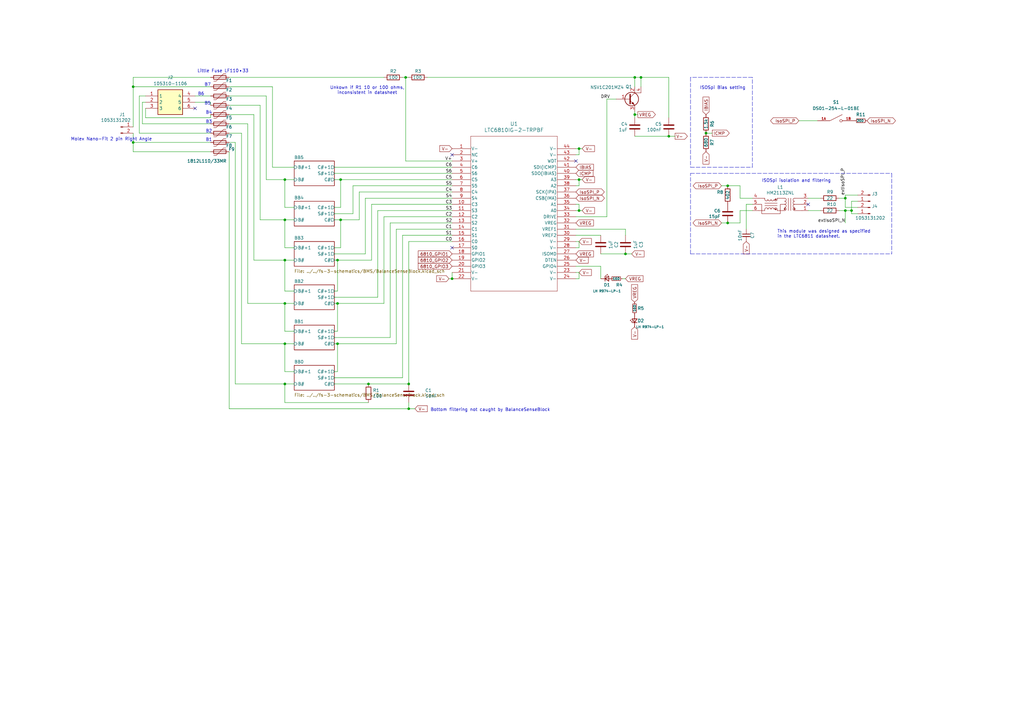
<source format=kicad_sch>
(kicad_sch (version 20250114) (generator "eeschema") (generator_version "9.0")
  (paper "A3")
  (title_block (rev "2.1"))
  (lib_symbols
    (symbol "Connector:Conn_01x02_Pin" (pin_names (offset 1.016) (hide yes))
      (property "Reference" "J" (at 0 2.54 0))
      (property "Value" "Conn_01x02_Pin" (at 0 -5.08 0))
      (symbol "Conn_01x02_Pin_1_1"
        (rectangle (start 0.8636 0.127) (end 0 -0.127) (stroke (width 0.1524)) (fill (type outline)))
        (rectangle (start 0.8636 -2.413) (end 0 -2.667) (stroke (width 0.1524)) (fill (type outline)))
        (polyline (pts (xy 1.27 0) (xy 0.8636 0)) (stroke (width 0.1524)))
        (polyline (pts (xy 1.27 -2.54) (xy 0.8636 -2.54)) (stroke (width 0.1524)))
        (pin passive line (at 5.08 0 180) (length 3.81) (name "Pin_1") (number "1"))
        (pin passive line (at 5.08 -2.54 180) (length 3.81) (name "Pin_2") (number "2"))
      )
    )
    (symbol "Device:C" (pin_numbers (hide yes)) (pin_names (offset 0.254))
      (property "Reference" "C" (at 0.635 2.54 0))
      (property "Value" "C" (at 0.635 -2.54 0))
      (symbol "C_0_1"
        (polyline (pts (xy -2.032 0.762) (xy 2.032 0.762)) (stroke (width 0.508)))
        (polyline (pts (xy -2.032 -0.762) (xy 2.032 -0.762)) (stroke (width 0.508)))
      )
      (symbol "C_1_1"
        (pin passive line (at 0 3.81 270) (length 2.794) (name "~") (number "1"))
        (pin passive line (at 0 -3.81 90) (length 2.794) (name "~") (number "2"))
      )
    )
    (symbol "Device:C_Small" (pin_numbers (hide yes)) (pin_names (offset 0.254) (hide yes))
      (property "Reference" "C" (at 0.254 1.778 0))
      (property "Value" "C_Small" (at 0.254 -2.032 0))
      (symbol "C_Small_0_1"
        (polyline (pts (xy -1.524 0.508) (xy 1.524 0.508)) (stroke (width 0.3048)))
        (polyline (pts (xy -1.524 -0.508) (xy 1.524 -0.508)) (stroke (width 0.3302)))
      )
      (symbol "C_Small_1_1"
        (pin passive line (at 0 2.54 270) (length 2.032) (name "~") (number "1"))
        (pin passive line (at 0 -2.54 90) (length 2.032) (name "~") (number "2"))
      )
    )
    (symbol "Device:LED_Small" (pin_numbers (hide yes)) (pin_names (offset 0.254) (hide yes))
      (property "Reference" "D" (at -1.27 3.175 0))
      (property "Value" "LED_Small" (at -4.445 -2.54 0))
      (symbol "LED_Small_0_1"
        (polyline (pts (xy -0.762 -1.016) (xy -0.762 1.016)) (stroke (width 0.254)))
        (polyline (pts (xy 0 0.762) (xy -0.508 1.27) (xy -0.254 1.27) (xy -0.508 1.27) (xy -0.508 1.016)))
        (polyline (pts (xy 0.508 1.27) (xy 0 1.778) (xy 0.254 1.778) (xy 0 1.778) (xy 0 1.524)))
        (polyline (pts (xy 0.762 -1.016) (xy -0.762 0) (xy 0.762 1.016) (xy 0.762 -1.016)) (stroke (width 0.254)))
        (polyline (pts (xy 1.016 0) (xy -0.762 0)))
      )
      (symbol "LED_Small_1_1"
        (pin passive line (at -2.54 0 0) (length 1.778) (name "K") (number "1"))
        (pin passive line (at 2.54 0 180) (length 1.778) (name "A") (number "2"))
      )
    )
    (symbol "Device:Polyfuse" (pin_numbers (hide yes)) (pin_names (offset 0))
      (property "Reference" "F" (at -2.54 0 90))
      (property "Value" "Polyfuse" (at 2.54 0 90))
      (symbol "Polyfuse_0_1"
        (polyline (pts (xy -1.524 2.54) (xy -1.524 1.524) (xy 1.524 -1.524) (xy 1.524 -2.54)))
        (rectangle (start -0.762 2.54) (end 0.762 -2.54) (stroke (width 0.254)))
        (polyline (pts (xy 0 2.54) (xy 0 -2.54)))
      )
      (symbol "Polyfuse_1_1"
        (pin passive line (at 0 3.81 270) (length 1.27) (name "~") (number "1"))
        (pin passive line (at 0 -3.81 90) (length 1.27) (name "~") (number "2"))
      )
    )
    (symbol "Device:Q_NPN_BCEC" (pin_names (offset 0) (hide yes))
      (property "Reference" "Q" (at 5.08 1.27 0))
      (property "Value" "Q_NPN_BCEC" (at 5.08 -1.27 0))
      (symbol "Q_NPN_BCEC_0_1"
        (polyline (pts (xy 0.635 1.905) (xy 0.635 -1.905) (xy 0.635 -1.905)) (stroke (width 0.508)))
        (polyline (pts (xy 0.635 0.635) (xy 2.54 2.54)))
        (polyline (pts (xy 0.635 -0.635) (xy 2.54 -2.54) (xy 2.54 -2.54)))
        (circle (center 1.27 0) (radius 2.8194) (stroke (width 0.254)))
        (polyline (pts (xy 1.27 -1.778) (xy 1.778 -1.27) (xy 2.286 -2.286) (xy 1.27 -1.778) (xy 1.27 -1.778)) (fill (type outline)))
        (polyline (pts (xy 2.54 2.54) (xy 5.08 2.54)))
      )
      (symbol "Q_NPN_BCEC_1_1"
        (pin input line (at -5.08 0 0) (length 5.715) (name "B") (number "1"))
        (pin passive line (at 2.54 5.08 270) (length 2.54) (name "C") (number "2"))
        (pin passive line (at 2.54 -5.08 90) (length 2.54) (name "E") (number "3"))
        (pin passive line (at 5.08 5.08 270) (length 2.54) (name "C") (number "4"))
      )
    )
    (symbol "Device:R" (pin_numbers (hide yes)) (pin_names (offset 0))
      (property "Reference" "R" (at 2.032 0 90))
      (property "Value" "R" (at 0 0 90))
      (symbol "R_0_1"
        (rectangle (start -1.016 -2.54) (end 1.016 2.54) (stroke (width 0.254)))
      )
      (symbol "R_1_1"
        (pin passive line (at 0 3.81 270) (length 1.27) (name "~") (number "1"))
        (pin passive line (at 0 -3.81 90) (length 1.27) (name "~") (number "2"))
      )
    )
    (symbol "Device:R_Small" (pin_numbers (hide yes)) (pin_names (offset 0.254) (hide yes))
      (property "Reference" "R" (at 0.762 0.508 0))
      (property "Value" "R_Small" (at 0.762 -1.016 0))
      (symbol "R_Small_0_1"
        (rectangle (start -0.762 1.778) (end 0.762 -1.778) (stroke (width 0.2032)))
      )
      (symbol "R_Small_1_1"
        (pin passive line (at 0 2.54 270) (length 0.762) (name "~") (number "1"))
        (pin passive line (at 0 -2.54 90) (length 0.762) (name "~") (number "2"))
      )
    )
    (symbol "FSSymbols:HM2113ZNL" (pin_names (offset 0.254) (hide yes))
      (property "Reference" "L" (at 0 7.62 0))
      (property "Value" "HM2113ZNL" (at 0 5.08 0))
      (symbol "HM2113ZNL_0_1"
        (polyline (pts (xy -8.89 2.54) (xy -6.35 2.54)))
        (polyline (pts (xy -8.89 0) (xy -7.62 0) (xy -7.62 -3.81) (xy 0 -3.81) (xy 0 0) (xy 1.778 0)))
        (polyline (pts (xy -6.35 2.54) (xy -6.35 2.032)))
        (polyline (pts (xy -6.35 -0.508) (xy -1.27 -0.508)))
        (polyline (pts (xy -6.35 -2.032) (xy -6.35 -2.54)))
        (polyline (pts (xy -6.35 -2.54) (xy -8.89 -2.54)))
        (arc (start -5.08 2.032) (mid -5.715 1.397) (end -6.35 2.032))
        (arc (start -6.35 -2.032) (mid -5.715 -1.397) (end -5.08 -2.032))
        (arc (start -3.81 2.032) (mid -4.445 1.397) (end -5.08 2.032))
        (arc (start -5.08 -2.032) (mid -4.445 -1.397) (end -3.81 -2.032))
        (arc (start -2.54 2.032) (mid -3.175 1.397) (end -3.81 2.032))
        (arc (start -3.81 -2.032) (mid -3.175 -1.397) (end -2.54 -2.032))
        (circle (center -1.905 2.032) (radius 0.254) (fill (type outline)))
        (arc (start -1.27 2.032) (mid -1.905 1.397) (end -2.54 2.032))
        (arc (start -2.54 -2.032) (mid -1.905 -1.397) (end -1.27 -2.032))
        (circle (center -1.905 -2.032) (radius 0.254) (fill (type outline)))
        (polyline (pts (xy -1.27 2.032) (xy -1.27 2.54)))
        (polyline (pts (xy -1.27 0.508) (xy -6.35 0.508)))
        (polyline (pts (xy -1.27 -2.032) (xy -1.27 -2.54)))
        (polyline (pts (xy -1.27 -2.54) (xy 1.27 -2.54)))
        (polyline (pts (xy 1.27 2.54) (xy -1.27 2.54)))
        (polyline (pts (xy 1.27 2.54) (xy 1.778 2.54)))
        (arc (start 1.778 2.54) (mid 2.413 1.905) (end 1.778 1.27))
        (arc (start 1.778 1.27) (mid 2.413 0.635) (end 1.778 0))
        (arc (start 1.778 0) (mid 2.413 -0.635) (end 1.778 -1.27))
        (arc (start 1.778 -1.27) (mid 2.413 -1.905) (end 1.778 -2.54))
        (circle (center 1.778 -1.905) (radius 0.254) (fill (type outline)))
        (polyline (pts (xy 1.778 -2.54) (xy 1.27 -2.54)))
        (polyline (pts (xy 3.302 -2.54) (xy 3.302 2.54)))
        (polyline (pts (xy 4.318 2.54) (xy 4.318 -2.54)))
        (polyline (pts (xy 5.842 2.54) (xy 6.35 2.54)))
        (arc (start 5.842 1.27) (mid 5.207 1.905) (end 5.842 2.54))
        (arc (start 5.842 0) (mid 5.207 0.635) (end 5.842 1.27))
        (arc (start 5.842 -1.27) (mid 5.207 -0.635) (end 5.842 0))
        (circle (center 5.842 -1.905) (radius 0.254) (fill (type outline)))
        (arc (start 5.842 -2.54) (mid 5.207 -1.905) (end 5.842 -1.27))
        (polyline (pts (xy 5.842 -2.54) (xy 8.89 -2.54)))
        (polyline (pts (xy 6.35 2.54) (xy 8.89 2.54)))
        (polyline (pts (xy 8.89 0) (xy 5.842 0)))
      )
      (symbol "HM2113ZNL_1_1"
        (pin passive line (at -11.43 2.54 0) (length 2.54) (name "4") (number "4"))
        (pin passive line (at -11.43 0 0) (length 2.54) (name "5") (number "5"))
        (pin passive line (at -11.43 -2.54 0) (length 2.54) (name "6") (number "6"))
        (pin passive line (at 11.43 2.54 180) (length 2.54) (name "3") (number "3"))
        (pin passive line (at 11.43 0 180) (length 2.54) (name "2") (number "2"))
        (pin passive line (at 11.43 -2.54 180) (length 2.54) (name "1") (number "1"))
      )
    )
    (symbol "FS_3_Global_Symbol_Library:105310-1106"
      (property "Reference" "J" (at 16.51 7.62 0))
      (property "Value" "105310-1106" (at 16.51 5.08 0))
      (symbol "105310-1106_1_1"
        (rectangle (start 5.08 2.54) (end 15.24 -7.62) (stroke (width 0.254)) (fill (type background)))
        (pin passive line (at 0 0 0) (length 5.08) (name "6") (number "6"))
        (pin passive line (at 0 -2.54 0) (length 5.08) (name "5") (number "5"))
        (pin passive line (at 0 -5.08 0) (length 5.08) (name "4") (number "4"))
        (pin passive line (at 20.32 0 180) (length 5.08) (name "3") (number "3"))
        (pin passive line (at 20.32 -2.54 180) (length 5.08) (name "2") (number "2"))
        (pin passive line (at 20.32 -5.08 180) (length 5.08) (name "1") (number "1"))
      )
    )
    (symbol "FS_3_Global_Symbol_Library:DS01-254-L-01BE" (pin_names (offset 1.016))
      (property "Reference" "S" (at -5.08 5.08 0))
      (property "Value" "DS01-254-L-01BE" (at -5.08 -5.08 0))
      (symbol "DS01-254-L-01BE_0_0"
        (polyline (pts (xy -2.54 0) (xy 2.54 2.54)) (stroke (width 0.1524)))
        (circle (center 2.032 0) (radius 0.508) (stroke (width 0.1524)))
        (pin passive line (at -7.62 0 0) (length 5.08) (name "~") (number "1A"))
        (pin passive line (at 7.62 0 180) (length 5.08) (name "~") (number "1B"))
      )
    )
    (symbol "FS_3_Global_Symbol_Library:LTC6810IG-2-TRPBF" (pin_names (offset 0.254))
      (property "Reference" "U" (at 25.4 10.16 0))
      (property "Value" "LTC6810IG-2-TRPBF" (at 25.4 7.62 0))
      (symbol "LTC6810IG-2-TRPBF_0_1"
        (polyline (pts (xy 7.62 5.08) (xy 7.62 -58.42)) (stroke (width 0.127)))
        (polyline (pts (xy 7.62 -58.42) (xy 43.18 -58.42)) (stroke (width 0.127)))
        (polyline (pts (xy 43.18 5.08) (xy 7.62 5.08)) (stroke (width 0.127)))
        (polyline (pts (xy 43.18 -58.42) (xy 43.18 5.08)) (stroke (width 0.127)))
      )
      (symbol "LTC6810IG-2-TRPBF_1_1"
        (pin power_in line (at 0 0 0) (length 7.62) (name "V-") (number "1"))
        (pin input line (at 0 -2.54 0) (length 7.62) (name "NC") (number "2"))
        (pin power_in line (at 0 -5.08 0) (length 7.62) (name "V+") (number "3"))
        (pin input line (at 0 -7.62 0) (length 7.62) (name "C6") (number "4"))
        (pin bidirectional line (at 0 -10.16 0) (length 7.62) (name "S6") (number "5"))
        (pin input line (at 0 -12.7 0) (length 7.62) (name "C5") (number "6"))
        (pin bidirectional line (at 0 -15.24 0) (length 7.62) (name "S5") (number "7"))
        (pin input line (at 0 -17.78 0) (length 7.62) (name "C4") (number "8"))
        (pin bidirectional line (at 0 -20.32 0) (length 7.62) (name "S4") (number "9"))
        (pin input line (at 0 -22.86 0) (length 7.62) (name "C3") (number "10"))
        (pin bidirectional line (at 0 -25.4 0) (length 7.62) (name "S3") (number "11"))
        (pin input line (at 0 -27.94 0) (length 7.62) (name "C2") (number "12"))
        (pin bidirectional line (at 0 -30.48 0) (length 7.62) (name "S2") (number "13"))
        (pin input line (at 0 -33.02 0) (length 7.62) (name "C1") (number "14"))
        (pin bidirectional line (at 0 -35.56 0) (length 7.62) (name "S1") (number "15"))
        (pin input line (at 0 -38.1 0) (length 7.62) (name "C0") (number "16"))
        (pin bidirectional line (at 0 -40.64 0) (length 7.62) (name "S0") (number "17"))
        (pin bidirectional line (at 0 -43.18 0) (length 7.62) (name "GPIO1") (number "18"))
        (pin bidirectional line (at 0 -45.72 0) (length 7.62) (name "GPIO2") (number "19"))
        (pin bidirectional line (at 0 -48.26 0) (length 7.62) (name "GPIO3") (number "20"))
        (pin power_in line (at 0 -50.8 0) (length 7.62) (name "V-") (number "21"))
        (pin power_in line (at 0 -53.34 0) (length 7.62) (name "V-") (number "22"))
        (pin power_in line (at 50.8 0 180) (length 7.62) (name "V-") (number "44"))
        (pin power_in line (at 50.8 -2.54 180) (length 7.62) (name "V-") (number "43"))
        (pin output line (at 50.8 -5.08 180) (length 7.62) (name "WDT") (number "42"))
        (pin unspecified line (at 50.8 -7.62 180) (length 7.62) (name "SDI(ICMP)") (number "41"))
        (pin unspecified line (at 50.8 -10.16 180) (length 7.62) (name "SDO(IBIAS)") (number "40"))
        (pin input line (at 50.8 -12.7 180) (length 7.62) (name "A3") (number "39"))
        (pin input line (at 50.8 -15.24 180) (length 7.62) (name "A2") (number "38"))
        (pin bidirectional line (at 50.8 -17.78 180) (length 7.62) (name "SCK(IPA)") (number "37"))
        (pin bidirectional line (at 50.8 -20.32 180) (length 7.62) (name "CSB(IMA)") (number "36"))
        (pin input line (at 50.8 -22.86 180) (length 7.62) (name "A1") (number "35"))
        (pin input line (at 50.8 -25.4 180) (length 7.62) (name "A0") (number "34"))
        (pin power_in line (at 50.8 -27.94 180) (length 7.62) (name "DRIVE") (number "33"))
        (pin power_in line (at 50.8 -30.48 180) (length 7.62) (name "VREG") (number "32"))
        (pin power_in line (at 50.8 -33.02 180) (length 7.62) (name "VREF1") (number "31"))
        (pin power_in line (at 50.8 -35.56 180) (length 7.62) (name "VREF2") (number "30"))
        (pin power_in line (at 50.8 -38.1 180) (length 7.62) (name "V-") (number "29"))
        (pin power_in line (at 50.8 -40.64 180) (length 7.62) (name "V-") (number "28"))
        (pin unspecified line (at 50.8 -43.18 180) (length 7.62) (name "ISOMD") (number "27"))
        (pin unspecified line (at 50.8 -45.72 180) (length 7.62) (name "DTEN") (number "26"))
        (pin bidirectional line (at 50.8 -48.26 180) (length 7.62) (name "GPIO4") (number "25"))
        (pin power_in line (at 50.8 -50.8 180) (length 7.62) (name "V-") (number "23"))
        (pin power_in line (at 50.8 -53.34 180) (length 7.62) (name "V-") (number "24"))
      )
    )
  )
  (text "ISOSpi Bias setting" (at 287.02 36.83 0) (effects (font (size 1.27 1.27)) (justify left bottom)))
  (text "Bottom filtering not caught by BalanceSenseBlock" (at 176.53 168.91 0) (effects (font (size 1.27 1.27)) (justify left bottom)))
  (text "This module was designed as specified\nin the LTC6811 datasheet." (at 318.77 97.79 0) (effects (font (size 1.27 1.27)) (justify left bottom)))
  (text "B7" (at 83.82 35.56 0) (effects (font (size 1.27 1.27)) (justify left bottom)))
  (text "B5\n" (at 83.82 43.18 0) (effects (font (size 1.27 1.27)) (justify left bottom)))
  (text "Little Fuse LF110•33" (at 91.44 29.21 0) (effects (font (size 1.27 1.27))))
  (text "Unkown if R1 10 or 100 ohms,\ninconsistent in datasheet" (at 150.622 37.084 0) (effects (font (size 1.27 1.27))))
  (text "Molex Nano-Fit 2 pin Right Angle\n" (at 45.72 57.15 0) (effects (font (size 1.27 1.27))))
  (text "B4" (at 84.328 46.99 0) (effects (font (size 1.27 1.27)) (justify left bottom)))
  (text "B6\n" (at 83.82 39.37 0) (effects (font (size 1.27 1.27)) (justify right bottom)))
  (text "B2\n" (at 84.328 54.61 0) (effects (font (size 1.27 1.27)) (justify left bottom)))
  (text "ISOSpi isolation and filtering" (at 312.42 74.93 0) (effects (font (size 1.27 1.27)) (justify left bottom)))
  (text "B3\n" (at 84.328 50.8 0) (effects (font (size 1.27 1.27)) (justify left bottom)))
  (text "B1\n" (at 84.328 58.166 0) (effects (font (size 1.27 1.27)) (justify left bottom)))
  (junction (at 237.49 86.36))
  (junction (at 260.35 46.99))
  (junction (at 167.64 157.48))
  (junction (at 298.45 91.44))
  (junction (at 237.49 60.96))
  (junction (at 138.43 106.68))
  (junction (at 139.7 90.17))
  (junction (at 298.45 76.2))
  (junction (at 256.54 104.14))
  (junction (at 116.84 106.68))
  (junction (at 166.37 31.75))
  (junction (at 289.56 54.61))
  (junction (at 116.84 157.48))
  (junction (at 54.61 35.56))
  (junction (at 346.71 81.28))
  (junction (at 116.84 90.17))
  (junction (at 167.64 167.64))
  (junction (at 138.43 140.97))
  (junction (at 260.35 31.75))
  (junction (at 116.84 73.66))
  (junction (at 346.71 86.36))
  (junction (at 139.7 73.66))
  (junction (at 262.89 31.75))
  (junction (at 349.25 86.36))
  (junction (at 237.49 73.66))
  (junction (at 116.84 140.97))
  (junction (at 274.32 55.88))
  (junction (at 116.84 124.46))
  (junction (at 54.61 58.42))
  (junction (at 185.42 114.3))
  (junction (at 138.43 124.46))
  (junction (at 151.13 157.48))
  (no_connect (at 80.01 44.45))
  (no_connect (at 185.42 63.5))
  (no_connect (at 331.47 83.82))
  (no_connect (at 185.42 101.6))
  (no_connect (at 236.22 66.04))
  (wire (pts (xy 261.62 46.99) (xy 260.35 46.99)))
  (wire (pts (xy 236.22 96.52) (xy 246.38 96.52)))
  (wire (pts (xy 59.69 48.26) (xy 59.69 44.45)))
  (wire (pts (xy 346.71 86.36) (xy 344.17 86.36)))
  (wire (pts (xy 349.25 86.36) (xy 346.71 86.36)))
  (wire (pts (xy 237.49 76.2) (xy 237.49 73.66)))
  (wire (pts (xy 349.25 86.36) (xy 349.25 87.63)))
  (wire (pts (xy 251.46 114.3) (xy 250.19 114.3)))
  (wire (pts (xy 237.49 86.36) (xy 238.76 86.36)))
  (wire (pts (xy 137.16 140.97) (xy 138.43 140.97)))
  (wire (pts (xy 175.26 31.75) (xy 260.35 31.75)))
  (wire (pts (xy 236.22 99.06) (xy 237.49 99.06)))
  (wire (pts (xy 137.16 71.12) (xy 185.42 71.12)))
  (wire (pts (xy 99.06 140.97) (xy 99.06 54.61)))
  (wire (pts (xy 59.69 41.91) (xy 58.42 41.91)))
  (wire (pts (xy 93.98 39.37) (xy 109.22 39.37)))
  (wire (pts (xy 137.16 90.17) (xy 139.7 90.17)))
  (wire (pts (xy 260.35 55.88) (xy 274.32 55.88)))
  (wire (pts (xy 116.84 85.09) (xy 120.65 85.09)))
  (wire (pts (xy 120.65 152.4) (xy 116.84 152.4)))
  (wire (pts (xy 137.16 124.46) (xy 138.43 124.46)))
  (wire (pts (xy 116.84 140.97) (xy 120.65 140.97)))
  (wire (pts (xy 346.71 81.28) (xy 346.71 85.09)))
  (wire (pts (xy 116.84 106.68) (xy 120.65 106.68)))
  (wire (pts (xy 80.01 39.37) (xy 86.36 39.37)))
  (wire (pts (xy 344.17 81.28) (xy 346.71 81.28)))
  (wire (pts (xy 237.49 111.76) (xy 237.49 114.3)))
  (wire (pts (xy 137.16 85.09) (xy 139.7 85.09)))
  (wire (pts (xy 139.7 85.09) (xy 139.7 73.66)))
  (wire (pts (xy 246.38 109.22) (xy 246.38 114.3)))
  (wire (pts (xy 246.38 104.14) (xy 256.54 104.14)))
  (wire (pts (xy 101.6 124.46) (xy 101.6 50.8)))
  (wire (pts (xy 137.16 106.68) (xy 138.43 106.68)))
  (wire (pts (xy 349.25 82.55) (xy 351.79 82.55)))
  (wire (pts (xy 165.1 31.75) (xy 166.37 31.75)))
  (wire (pts (xy 336.55 86.36) (xy 331.47 86.36)))
  (wire (pts (xy 93.98 46.99) (xy 104.14 46.99)))
  (wire (pts (xy 57.15 39.37) (xy 59.69 39.37)))
  (wire (pts (xy 139.7 90.17) (xy 147.32 90.17)))
  (wire (pts (xy 298.45 76.2) (xy 303.53 76.2)))
  (wire (pts (xy 238.76 73.66) (xy 237.49 73.66)))
  (wire (pts (xy 274.32 55.88) (xy 276.86 55.88)))
  (wire (pts (xy 93.98 43.18) (xy 106.68 43.18)))
  (polyline (pts (xy 283.21 104.14) (xy 283.21 71.12)) (stroke (width 0) (type dash)))
  (wire (pts (xy 116.84 106.68) (xy 104.14 106.68)))
  (wire (pts (xy 149.86 104.14) (xy 149.86 81.28)))
  (wire (pts (xy 57.15 54.61) (xy 57.15 39.37)))
  (wire (pts (xy 160.02 91.44) (xy 185.42 91.44)))
  (wire (pts (xy 236.22 88.9) (xy 248.92 88.9)))
  (wire (pts (xy 160.02 138.43) (xy 160.02 91.44)))
  (wire (pts (xy 303.53 81.28) (xy 308.61 81.28)))
  (wire (pts (xy 154.94 86.36) (xy 185.42 86.36)))
  (wire (pts (xy 93.98 31.75) (xy 157.48 31.75)))
  (wire (pts (xy 248.92 40.64) (xy 252.73 40.64)))
  (wire (pts (xy 262.89 31.75) (xy 274.32 31.75)))
  (wire (pts (xy 93.98 50.8) (xy 101.6 50.8)))
  (wire (pts (xy 152.4 83.82) (xy 185.42 83.82)))
  (wire (pts (xy 349.25 87.63) (xy 351.79 87.63)))
  (wire (pts (xy 260.35 31.75) (xy 262.89 31.75)))
  (wire (pts (xy 236.22 111.76) (xy 237.49 111.76)))
  (wire (pts (xy 167.64 167.64) (xy 170.18 167.64)))
  (wire (pts (xy 137.16 73.66) (xy 139.7 73.66)))
  (wire (pts (xy 237.49 73.66) (xy 236.22 73.66)))
  (wire (pts (xy 93.98 62.23) (xy 93.98 167.64)))
  (wire (pts (xy 262.89 31.75) (xy 262.89 35.56)))
  (wire (pts (xy 303.53 76.2) (xy 303.53 81.28)))
  (wire (pts (xy 151.13 157.48) (xy 167.64 157.48)))
  (wire (pts (xy 120.65 119.38) (xy 116.84 119.38)))
  (wire (pts (xy 93.98 167.64) (xy 167.64 167.64)))
  (wire (pts (xy 346.71 80.01) (xy 346.71 81.28)))
  (wire (pts (xy 57.15 54.61) (xy 86.36 54.61)))
  (wire (pts (xy 80.01 41.91) (xy 86.36 41.91)))
  (wire (pts (xy 303.53 86.36) (xy 303.53 91.44)))
  (wire (pts (xy 144.78 76.2) (xy 185.42 76.2)))
  (polyline (pts (xy 283.21 104.14) (xy 365.76 104.14)) (stroke (width 0) (type dash)))
  (wire (pts (xy 138.43 140.97) (xy 138.43 152.4)))
  (wire (pts (xy 138.43 124.46) (xy 138.43 135.89)))
  (wire (pts (xy 237.49 99.06) (xy 237.49 101.6)))
  (wire (pts (xy 167.64 31.75) (xy 166.37 31.75)))
  (wire (pts (xy 184.15 114.3) (xy 185.42 114.3)))
  (wire (pts (xy 116.84 135.89) (xy 120.65 135.89)))
  (wire (pts (xy 116.84 73.66) (xy 120.65 73.66)))
  (wire (pts (xy 111.76 68.58) (xy 120.65 68.58)))
  (wire (pts (xy 167.64 99.06) (xy 185.42 99.06)))
  (wire (pts (xy 138.43 124.46) (xy 157.48 124.46)))
  (wire (pts (xy 139.7 101.6) (xy 139.7 90.17)))
  (wire (pts (xy 54.61 31.75) (xy 54.61 35.56)))
  (wire (pts (xy 138.43 140.97) (xy 162.56 140.97)))
  (wire (pts (xy 256.54 93.98) (xy 256.54 96.52)))
  (wire (pts (xy 116.84 135.89) (xy 116.84 124.46)))
  (wire (pts (xy 137.16 68.58) (xy 185.42 68.58)))
  (wire (pts (xy 116.84 85.09) (xy 116.84 73.66)))
  (wire (pts (xy 144.78 87.63) (xy 144.78 76.2)))
  (wire (pts (xy 120.65 157.48) (xy 116.84 157.48)))
  (wire (pts (xy 137.16 104.14) (xy 149.86 104.14)))
  (wire (pts (xy 116.84 124.46) (xy 120.65 124.46)))
  (wire (pts (xy 86.36 41.91) (xy 86.36 43.18)))
  (wire (pts (xy 137.16 87.63) (xy 144.78 87.63)))
  (wire (pts (xy 152.4 106.68) (xy 152.4 83.82)))
  (wire (pts (xy 116.84 90.17) (xy 120.65 90.17)))
  (wire (pts (xy 236.22 109.22) (xy 246.38 109.22)))
  (wire (pts (xy 147.32 78.74) (xy 185.42 78.74)))
  (wire (pts (xy 166.37 66.04) (xy 185.42 66.04)))
  (wire (pts (xy 109.22 39.37) (xy 109.22 73.66)))
  (wire (pts (xy 138.43 106.68) (xy 152.4 106.68)))
  (polyline (pts (xy 283.21 31.75) (xy 283.21 68.58)) (stroke (width 0) (type dash)))
  (wire (pts (xy 237.49 101.6) (xy 236.22 101.6)))
  (wire (pts (xy 166.37 31.75) (xy 166.37 66.04)))
  (wire (pts (xy 154.94 121.92) (xy 154.94 86.36)))
  (wire (pts (xy 167.64 99.06) (xy 167.64 157.48)))
  (wire (pts (xy 303.53 86.36) (xy 308.61 86.36)))
  (wire (pts (xy 236.22 83.82) (xy 237.49 83.82)))
  (wire (pts (xy 260.35 46.99) (xy 260.35 45.72)))
  (wire (pts (xy 295.91 91.44) (xy 298.45 91.44)))
  (wire (pts (xy 147.32 78.74) (xy 147.32 90.17)))
  (wire (pts (xy 116.84 140.97) (xy 116.84 152.4)))
  (wire (pts (xy 331.47 81.28) (xy 336.55 81.28)))
  (wire (pts (xy 237.49 60.96) (xy 236.22 60.96)))
  (wire (pts (xy 86.36 48.26) (xy 86.36 46.99)))
  (wire (pts (xy 109.22 73.66) (xy 116.84 73.66)))
  (wire (pts (xy 162.56 93.98) (xy 185.42 93.98)))
  (wire (pts (xy 185.42 96.52) (xy 165.1 96.52)))
  (polyline (pts (xy 308.61 31.75) (xy 283.21 31.75)) (stroke (width 0) (type dash)))
  (wire (pts (xy 151.13 165.1) (xy 116.84 165.1)))
  (wire (pts (xy 236.22 86.36) (xy 237.49 86.36)))
  (polyline (pts (xy 308.61 68.58) (xy 308.61 31.75)) (stroke (width 0) (type dash)))
  (wire (pts (xy 86.36 62.23) (xy 54.61 62.23)))
  (wire (pts (xy 54.61 62.23) (xy 54.61 58.42)))
  (wire (pts (xy 256.54 114.3) (xy 255.27 114.3)))
  (wire (pts (xy 116.84 140.97) (xy 99.06 140.97)))
  (wire (pts (xy 238.76 60.96) (xy 237.49 60.96)))
  (wire (pts (xy 349.25 86.36) (xy 349.25 82.55)))
  (wire (pts (xy 54.61 35.56) (xy 54.61 52.07)))
  (wire (pts (xy 236.22 93.98) (xy 256.54 93.98)))
  (wire (pts (xy 93.98 54.61) (xy 99.06 54.61)))
  (polyline (pts (xy 365.76 71.12) (xy 365.76 104.14)) (stroke (width 0) (type dash)))
  (wire (pts (xy 137.16 154.94) (xy 165.1 154.94)))
  (wire (pts (xy 93.98 35.56) (xy 111.76 35.56)))
  (wire (pts (xy 237.49 83.82) (xy 237.49 86.36)))
  (polyline (pts (xy 283.21 68.58) (xy 308.61 68.58)) (stroke (width 0) (type dash)))
  (polyline (pts (xy 283.21 71.12) (xy 365.76 71.12)) (stroke (width 0) (type dash)))
  (wire (pts (xy 116.84 119.38) (xy 116.84 106.68)))
  (wire (pts (xy 137.16 135.89) (xy 138.43 135.89)))
  (wire (pts (xy 116.84 90.17) (xy 106.68 90.17)))
  (wire (pts (xy 138.43 106.68) (xy 138.43 119.38)))
  (wire (pts (xy 274.32 31.75) (xy 274.32 48.26)))
  (wire (pts (xy 116.84 157.48) (xy 96.52 157.48)))
  (wire (pts (xy 157.48 88.9) (xy 185.42 88.9)))
  (wire (pts (xy 54.61 54.61) (xy 54.61 58.42)))
  (wire (pts (xy 236.22 76.2) (xy 237.49 76.2)))
  (wire (pts (xy 236.22 63.5) (xy 237.49 63.5)))
  (wire (pts (xy 116.84 101.6) (xy 116.84 90.17)))
  (wire (pts (xy 185.42 111.76) (xy 185.42 114.3)))
  (wire (pts (xy 167.64 165.1) (xy 167.64 167.64)))
  (wire (pts (xy 292.1 54.61) (xy 289.56 54.61)))
  (wire (pts (xy 58.42 50.8) (xy 86.36 50.8)))
  (wire (pts (xy 162.56 140.97) (xy 162.56 93.98)))
  (wire (pts (xy 295.91 76.2) (xy 298.45 76.2)))
  (wire (pts (xy 298.45 91.44) (xy 303.53 91.44)))
  (wire (pts (xy 96.52 58.42) (xy 96.52 157.48)))
  (wire (pts (xy 260.35 31.75) (xy 260.35 35.56)))
  (wire (pts (xy 237.49 63.5) (xy 237.49 60.96)))
  (wire (pts (xy 104.14 46.99) (xy 104.14 106.68)))
  (wire (pts (xy 120.65 101.6) (xy 116.84 101.6)))
  (wire (pts (xy 260.35 46.99) (xy 260.35 48.26)))
  (wire (pts (xy 116.84 124.46) (xy 101.6 124.46)))
  (wire (pts (xy 346.71 85.09) (xy 351.79 85.09)))
  (wire (pts (xy 86.36 31.75) (xy 54.61 31.75)))
  (wire (pts (xy 165.1 96.52) (xy 165.1 154.94)))
  (wire (pts (xy 327.66 49.53) (xy 335.28 49.53)))
  (wire (pts (xy 116.84 165.1) (xy 116.84 157.48)))
  (wire (pts (xy 54.61 35.56) (xy 86.36 35.56)))
  (wire (pts (xy 137.16 101.6) (xy 139.7 101.6)))
  (wire (pts (xy 149.86 81.28) (xy 185.42 81.28)))
  (wire (pts (xy 346.71 91.44) (xy 346.71 86.36)))
  (wire (pts (xy 256.54 104.14) (xy 259.08 104.14)))
  (wire (pts (xy 137.16 119.38) (xy 138.43 119.38)))
  (wire (pts (xy 237.49 114.3) (xy 236.22 114.3)))
  (wire (pts (xy 306.07 93.98) (xy 306.07 83.82)))
  (wire (pts (xy 137.16 138.43) (xy 160.02 138.43)))
  (wire (pts (xy 139.7 73.66) (xy 185.42 73.66)))
  (wire (pts (xy 306.07 83.82) (xy 308.61 83.82)))
  (wire (pts (xy 93.98 58.42) (xy 96.52 58.42)))
  (wire (pts (xy 248.92 40.64) (xy 248.92 88.9)))
  (wire (pts (xy 137.16 157.48) (xy 151.13 157.48)))
  (wire (pts (xy 157.48 124.46) (xy 157.48 88.9)))
  (wire (pts (xy 137.16 152.4) (xy 138.43 152.4)))
  (wire (pts (xy 58.42 41.91) (xy 58.42 50.8)))
  (wire (pts (xy 106.68 90.17) (xy 106.68 43.18)))
  (wire (pts (xy 54.61 58.42) (xy 86.36 58.42)))
  (wire (pts (xy 111.76 35.56) (xy 111.76 68.58)))
  (wire (pts (xy 351.79 80.01) (xy 346.71 80.01)))
  (wire (pts (xy 137.16 121.92) (xy 154.94 121.92)))
  (wire (pts (xy 59.69 48.26) (xy 86.36 48.26)))
  (label "S5" (at 185.42 76.2 180))
  (label "C5" (at 185.42 73.66 180))
  (label "S2" (at 185.42 91.44 180))
  (label "C3" (at 185.42 83.82 180))
  (label "DRV" (at 250.19 40.64 180))
  (label "V+" (at 185.42 66.04 180))
  (label "C1" (at 185.42 93.98 180))
  (label "C4" (at 185.42 78.74 180))
  (label "S3" (at 185.42 86.36 180))
  (label "C0" (at 185.42 99.06 180))
  (label "S1" (at 185.42 96.52 180))
  (label "C6" (at 185.42 68.58 180))
  (label "S6" (at 185.42 71.12 180))
  (label "C2" (at 185.42 88.9 180))
  (label "extIsoSPI_N" (at 346.71 91.44 180))
  (label "extIsoSPI_P" (at 346.71 80.01 90))
  (label "S4" (at 185.42 81.28 180))
  (global_label "IBIAS" (shape input) (at 236.22 68.58 0) (property "Intersheetrefs" "${INTERSHEET_REFS}" (effects (hide yes))))
  (global_label "6810_GPIO1" (shape input) (at 185.42 104.14 180) (property "Intersheetrefs" "${INTERSHEET_REFS}" (effects (hide yes))))
  (global_label "V-" (shape input) (at 238.76 86.36 0) (property "Intersheetrefs" "${INTERSHEET_REFS}" (effects (hide yes))))
  (global_label "V-" (shape input) (at 237.49 111.76 0) (property "Intersheetrefs" "${INTERSHEET_REFS}" (effects (hide yes))))
  (global_label "IsoSPI_P" (shape bidirectional) (at 295.91 76.2 180) (property "Intersheetrefs" "${INTERSHEET_REFS}" (effects (hide yes))))
  (global_label "V-" (shape input) (at 236.22 106.68 0) (property "Intersheetrefs" "${INTERSHEET_REFS}" (effects (hide yes))))
  (global_label "ICMP" (shape output) (at 292.1 54.61 0) (property "Intersheetrefs" "${INTERSHEET_REFS}" (effects (hide yes))))
  (global_label "VREG" (shape input) (at 236.22 104.14 0) (property "Intersheetrefs" "${INTERSHEET_REFS}" (effects (hide yes))))
  (global_label "IsoSPI_P" (shape bidirectional) (at 327.66 49.53 180) (property "Intersheetrefs" "${INTERSHEET_REFS}" (effects (hide yes))))
  (global_label "VREG" (shape input) (at 256.54 114.3 0) (property "Intersheetrefs" "${INTERSHEET_REFS}" (effects (hide yes))))
  (global_label "IsoSPI_N" (shape bidirectional) (at 295.91 91.44 180) (property "Intersheetrefs" "${INTERSHEET_REFS}" (effects (hide yes))))
  (global_label "6810_GPIO3" (shape input) (at 185.42 109.22 180) (property "Intersheetrefs" "${INTERSHEET_REFS}" (effects (hide yes))))
  (global_label "V-" (shape input) (at 260.2698 134.075 270) (property "Intersheetrefs" "${INTERSHEET_REFS}" (effects (hide yes))))
  (global_label "VREG" (shape input) (at 236.22 91.44 0) (property "Intersheetrefs" "${INTERSHEET_REFS}" (effects (hide yes))))
  (global_label "IsoSPI_N" (shape bidirectional) (at 236.22 81.28 0) (property "Intersheetrefs" "${INTERSHEET_REFS}" (effects (hide yes))))
  (global_label "ICMP" (shape input) (at 236.22 71.12 0) (property "Intersheetrefs" "${INTERSHEET_REFS}" (effects (hide yes))))
  (global_label "VREG" (shape output) (at 261.62 46.99 0) (property "Intersheetrefs" "${INTERSHEET_REFS}" (effects (hide yes))))
  (global_label "V-" (shape input) (at 185.42 60.96 180) (property "Intersheetrefs" "${INTERSHEET_REFS}" (effects (hide yes))))
  (global_label "V-" (shape input) (at 306.07 99.06 270) (property "Intersheetrefs" "${INTERSHEET_REFS}" (effects (hide yes))))
  (global_label "6810_GPIO2" (shape input) (at 185.42 106.68 180) (property "Intersheetrefs" "${INTERSHEET_REFS}" (effects (hide yes))))
  (global_label "V-" (shape input) (at 259.08 104.14 0) (property "Intersheetrefs" "${INTERSHEET_REFS}" (effects (hide yes))))
  (global_label "VREG" (shape input) (at 260.2698 123.915 90) (property "Intersheetrefs" "${INTERSHEET_REFS}" (effects (hide yes))))
  (global_label "V-" (shape input) (at 170.18 167.64 0) (property "Intersheetrefs" "${INTERSHEET_REFS}" (effects (hide yes))))
  (global_label "V-" (shape input) (at 289.56 62.23 270) (property "Intersheetrefs" "${INTERSHEET_REFS}" (effects (hide yes))))
  (global_label "V-" (shape input) (at 237.49 99.06 0) (property "Intersheetrefs" "${INTERSHEET_REFS}" (effects (hide yes))))
  (global_label "IBIAS" (shape input) (at 289.56 46.99 90) (property "Intersheetrefs" "${INTERSHEET_REFS}" (effects (hide yes))))
  (global_label "V-" (shape input) (at 238.76 60.96 0) (property "Intersheetrefs" "${INTERSHEET_REFS}" (effects (hide yes))))
  (global_label "V-" (shape input) (at 184.15 114.3 180) (property "Intersheetrefs" "${INTERSHEET_REFS}" (effects (hide yes))))
  (global_label "V-" (shape output) (at 276.86 55.88 0) (property "Intersheetrefs" "${INTERSHEET_REFS}" (effects (hide yes))))
  (global_label "V-" (shape input) (at 238.76 73.66 0) (property "Intersheetrefs" "${INTERSHEET_REFS}" (effects (hide yes))))
  (global_label "IsoSPI_N" (shape bidirectional) (at 355.6 49.53 0) (property "Intersheetrefs" "${INTERSHEET_REFS}" (effects (hide yes))))
  (global_label "IsoSPI_P" (shape bidirectional) (at 236.22 78.74 0) (property "Intersheetrefs" "${INTERSHEET_REFS}" (effects (hide yes))))
  (symbol (lib_id "Device:R") (at 171.45 31.75 270) (unit 1)
    (property "Reference" "R3" (at 171.45 29.21 90))
    (property "Value" "100" (at 171.196 31.75 90))
    (property "Footprint" "Resistor_SMD:R_0805_2012Metric_Pad1.20x1.40mm_HandSolder" (effects (hide yes)))
  )
  (symbol (lib_id "Device:R") (at 289.56 50.8 180) (unit 1)
    (property "Reference" "R6" (at 292.1 50.8 90))
    (property "Value" "1.5k" (at 289.56 50.8 90))
    (property "Footprint" "Resistor_SMD:R_0805_2012Metric_Pad1.20x1.40mm_HandSolder" (effects (hide yes)))
  )
  (symbol (lib_id "Connector:Conn_01x02_Pin") (at 356.87 82.55 180) (unit 1)
    (property "Reference" "J3" (at 357.5558 79.502 0) (effects (justify right)))
    (property "Value" "1053131202" (effects (hide yes)))
    (property "Footprint" "Connector_Molex:Molex_Nano-Fit_105313-xx02_1x02_P2.50mm_Horizontal" (effects (hide yes)))
    (property "Description" "Generic connector, single row, 01x02, script generated" (effects (hide yes)))
  )
  (symbol (lib_id "Device:R") (at 289.56 58.42 180) (unit 1)
    (property "Reference" "R7" (at 292.1 58.42 90))
    (property "Value" "680" (at 289.56 58.42 90))
    (property "Footprint" "Resistor_SMD:R_0805_2012Metric_Pad1.20x1.40mm_HandSolder" (effects (hide yes)))
  )
  (symbol (lib_id "Device:Q_NPN_BCEC") (at 257.81 40.64 0) (unit 1)
    (property "Reference" "Q1" (at 256.54 35.56 0) (effects (justify left)))
    (property "Value" "NSV1C201MZ4" (at 242.062 35.814 0) (effects (justify left)))
    (property "Footprint" "Package_TO_SOT_SMD:SOT-223" (effects (hide yes)))
    (property "Datasheet" "https://www.onsemi.com/pub/Collateral/NSS1C201MZ4-D.PDF" (effects (hide yes)))
  )
  (symbol (lib_id "Device:C") (at 260.35 52.07 0) (mirror y) (unit 1)
    (property "Reference" "C4" (at 257.429 50.9016 0) (effects (justify left)))
    (property "Value" "1uF" (at 257.429 53.213 0) (effects (justify left)))
    (property "Footprint" "Capacitor_SMD:C_0805_2012Metric_Pad1.18x1.45mm_HandSolder" (effects (hide yes)))
  )
  (symbol (lib_id "Device:C") (at 274.32 52.07 0) (mirror y) (unit 1)
    (property "Reference" "C5" (at 271.399 50.9016 0) (effects (justify left)))
    (property "Value" "100nF" (at 271.399 53.213 0) (effects (justify left)))
    (property "Footprint" "Capacitor_SMD:C_0805_2012Metric_Pad1.18x1.45mm_HandSolder" (effects (hide yes)))
  )
  (symbol (lib_id "Device:C") (at 256.54 100.33 180) (unit 1)
    (property "Reference" "C3" (at 262.9408 100.33 90))
    (property "Value" "1uF" (at 260.6294 100.33 90))
    (property "Footprint" "Capacitor_SMD:C_0805_2012Metric_Pad1.18x1.45mm_HandSolder" (effects (hide yes)))
  )
  (symbol (lib_id "Device:C") (at 246.38 100.33 180) (unit 1)
    (property "Reference" "C2" (at 252.7808 100.33 90))
    (property "Value" "1uF" (at 250.4694 100.33 90))
    (property "Footprint" "Capacitor_SMD:C_0805_2012Metric_Pad1.18x1.45mm_HandSolder" (effects (hide yes)))
  )
  (symbol (lib_id "FSSymbols:HM2113ZNL") (at 320.04 83.82 0) (unit 1)
    (property "Reference" "L1" (at 320.04 76.7588 0))
    (property "Value" "HM2113ZNL" (at 320.04 79.0702 0))
    (property "Footprint" "FS_3_Global_Footprint_Library:HM2113ZNLT" (effects (hide yes)))
  )
  (symbol (lib_id "Device:R") (at 340.36 81.28 270) (mirror x) (unit 1)
    (property "Reference" "R9" (at 339.09 78.74 90) (effects (justify left)))
    (property "Value" "22" (at 340.36 81.28 90))
    (property "Footprint" "Resistor_SMD:R_0805_2012Metric_Pad1.20x1.40mm_HandSolder" (effects (hide yes)))
  )
  (symbol (lib_id "Device:R") (at 340.36 86.36 270) (mirror x) (unit 1)
    (property "Reference" "R10" (at 339.09 83.82 90) (effects (justify left)))
    (property "Value" "22" (at 340.36 86.36 90))
    (property "Footprint" "Resistor_SMD:R_0805_2012Metric_Pad1.20x1.40mm_HandSolder" (effects (hide yes)))
  )
  (symbol (lib_id "Device:R") (at 298.45 80.01 0) (mirror y) (unit 1)
    (property "Reference" "R8" (at 296.672 78.8416 0) (effects (justify left)))
    (property "Value" "402" (at 298.45 80.01 90))
    (property "Footprint" "Resistor_SMD:R_0805_2012Metric_Pad1.20x1.40mm_HandSolder" (effects (hide yes)))
  )
  (symbol (lib_id "Device:C") (at 298.45 87.63 0) (mirror x) (unit 1)
    (property "Reference" "C6" (at 295.5544 86.4616 0) (effects (justify right)))
    (property "Value" "15pF" (at 295.5544 88.773 0) (effects (justify right)))
    (property "Footprint" "Capacitor_SMD:C_0805_2012Metric_Pad1.18x1.45mm_HandSolder" (effects (hide yes)))
  )
  (symbol (lib_id "Device:C_Small") (at 306.07 96.52 0) (unit 1)
    (property "Reference" "C7" (at 308.61 96.52 90))
    (property "Value" "10nF" (at 303.53 96.52 90))
    (property "Footprint" "Capacitor_SMD:C_0805_2012Metric_Pad1.18x1.45mm_HandSolder" (effects (hide yes)))
  )
  (symbol (lib_id "Device:LED_Small") (at 260.2698 131.535 90) (unit 1)
    (property "Reference" "D2" (at 262.8098 131.535 90))
    (property "Value" "LH R974-LP-1" (at 266.6198 134.075 90) (effects (font (size 0.9652 0.9652))))
    (property "Footprint" "LED_SMD:LED_0805_2012Metric_Pad1.15x1.40mm_HandSolder" (effects (hide yes)))
  )
  (symbol (lib_id "Device:R_Small") (at 260.2698 126.455 180) (unit 1)
    (property "Reference" "R5" (at 262.8098 126.455 0))
    (property "Value" "160" (at 260.2698 126.455 90) (effects (font (size 0.9652 0.9652))))
    (property "Footprint" "Resistor_SMD:R_0805_2012Metric_Pad1.20x1.40mm_HandSolder" (effects (hide yes)))
  )
  (symbol (lib_id "Device:LED_Small") (at 248.92 114.3 0) (unit 1)
    (property "Reference" "D1" (at 248.92 116.84 0))
    (property "Value" "LH R974-LP-1" (at 248.92 119.38 0) (effects (font (size 0.9652 0.9652))))
    (property "Footprint" "LED_SMD:LED_0805_2012Metric_Pad1.15x1.40mm_HandSolder" (effects (hide yes)))
  )
  (symbol (lib_id "Device:R_Small") (at 252.73 114.3 90) (unit 1)
    (property "Reference" "R4" (at 254 116.84 90))
    (property "Value" "160" (at 252.73 114.3 90) (effects (font (size 0.9652 0.9652))))
    (property "Footprint" "Resistor_SMD:R_0805_2012Metric_Pad1.20x1.40mm_HandSolder" (effects (hide yes)))
  )
  (symbol (lib_id "Connector:Conn_01x02_Pin") (at 356.87 87.63 180) (unit 1)
    (property "Reference" "J4" (at 357.5558 84.582 0) (effects (justify right)))
    (property "Value" "1053131202" (at 350.774 89.408 0) (effects (justify right)))
    (property "Footprint" "Connector_Molex:Molex_Nano-Fit_105313-xx02_1x02_P2.50mm_Horizontal" (effects (hide yes)))
    (property "Description" "Generic connector, single row, 01x02, script generated" (effects (hide yes)))
  )
  (symbol (lib_id "Device:R") (at 161.29 31.75 270) (unit 1)
    (property "Reference" "R2" (at 161.29 29.21 90))
    (property "Value" "100" (at 161.29 31.75 90))
    (property "Footprint" "Resistor_SMD:R_0805_2012Metric_Pad1.20x1.40mm_HandSolder" (effects (hide yes)))
  )
  (symbol (lib_id "Device:Polyfuse") (at 90.17 35.56 270) (unit 1)
    (property "Reference" "F2" (at 93.98 36.83 90))
    (property "Value" "1812L110/33MR" (effects (hide yes)))
    (property "Footprint" "Fuse:Fuse_1812_4532Metric_Pad1.30x3.40mm_HandSolder" (effects (hide yes)))
  )
  (symbol (lib_id "Device:Polyfuse") (at 90.17 39.37 270) (unit 1)
    (property "Reference" "F3" (at 93.98 40.64 90))
    (property "Value" "1812L110/33MR" (effects (hide yes)))
    (property "Footprint" "Fuse:Fuse_1812_4532Metric_Pad1.30x3.40mm_HandSolder" (effects (hide yes)))
  )
  (symbol (lib_id "Device:Polyfuse") (at 90.17 43.18 270) (unit 1)
    (property "Reference" "F4" (at 93.98 44.45 90))
    (property "Value" "1812L110/33MR" (effects (hide yes)))
    (property "Footprint" "Fuse:Fuse_1812_4532Metric_Pad1.30x3.40mm_HandSolder" (effects (hide yes)))
  )
  (symbol (lib_id "Device:Polyfuse") (at 90.17 46.99 270) (unit 1)
    (property "Reference" "F5" (at 93.98 48.26 90))
    (property "Value" "1812L110/33MR" (effects (hide yes)))
    (property "Footprint" "Fuse:Fuse_1812_4532Metric_Pad1.30x3.40mm_HandSolder" (effects (hide yes)))
  )
  (symbol (lib_id "Device:Polyfuse") (at 90.17 50.8 270) (unit 1)
    (property "Reference" "F6" (at 93.98 52.07 90))
    (property "Value" "1812L110/33MR" (effects (hide yes)))
    (property "Footprint" "Fuse:Fuse_1812_4532Metric_Pad1.30x3.40mm_HandSolder" (effects (hide yes)))
  )
  (symbol (lib_id "Device:Polyfuse") (at 90.17 54.61 270) (unit 1)
    (property "Reference" "F7" (at 93.98 55.88 90))
    (property "Value" "1812L110/33MR" (effects (hide yes)))
    (property "Footprint" "Fuse:Fuse_1812_4532Metric_Pad1.30x3.40mm_HandSolder" (effects (hide yes)))
  )
  (symbol (lib_id "Device:C") (at 167.64 161.29 0) (unit 1)
    (property "Reference" "C1" (at 174.371 160.1216 0) (effects (justify left)))
    (property "Value" "10nF" (at 174.371 162.433 0) (effects (justify left)))
    (property "Footprint" "Capacitor_SMD:C_0805_2012Metric_Pad1.18x1.45mm_HandSolder" (effects (hide yes)))
  )
  (symbol (lib_id "Device:Polyfuse") (at 90.17 58.42 270) (unit 1)
    (property "Reference" "F8" (at 93.98 59.69 90))
    (property "Value" "1812L110/33MR" (effects (hide yes)))
    (property "Footprint" "Fuse:Fuse_1812_4532Metric_Pad1.30x3.40mm_HandSolder" (effects (hide yes)))
  )
  (symbol (lib_id "Device:R") (at 151.13 161.29 0) (unit 1)
    (property "Reference" "R1" (at 152.908 160.1216 0) (effects (justify left)))
    (property "Value" "100" (at 152.908 162.433 0) (effects (justify left)))
    (property "Footprint" "Capacitor_SMD:C_0805_2012Metric_Pad1.18x1.45mm_HandSolder" (effects (hide yes)))
  )
  (symbol (lib_id "Device:R_Small") (at 353.06 49.53 270) (unit 1)
    (property "Reference" "R11" (at 353.06 46.99 90))
    (property "Value" "200" (at 352.806 49.53 90) (effects (font (size 0.9652 0.9652))))
    (property "Footprint" "Resistor_SMD:R_0805_2012Metric_Pad1.20x1.40mm_HandSolder" (effects (hide yes)))
  )
  (symbol (lib_id "FS_3_Global_Symbol_Library:LTC6810IG-2-TRPBF") (at 185.42 60.96 0) (unit 1)
    (property "Reference" "U1" (at 210.82 50.8 0) (effects (font (size 1.524 1.524))))
    (property "Value" "LTC6810IG-2-TRPBF" (at 210.82 53.34 0) (effects (font (size 1.524 1.524))))
    (property "Footprint" "FS_3_Global_Footprint_Library:LTC6810IG-2_3ZZTRPBF" (effects (hide yes)))
    (property "Datasheet" "LTC6811IG-2-TRPBF" (effects (hide yes)))
    (property "Description" "BMS Chip" (effects (hide yes)))
  )
  (symbol (lib_id "FS_3_Global_Symbol_Library:105310-1106") (at 80.01 44.45 180) (unit 1)
    (property "Reference" "J2" (at 69.85 31.75 0))
    (property "Value" "105310-1106" (at 69.85 34.29 0))
    (property "Footprint" "FS_3_Global_Footprint_Library:NanoFit-1053101106" (effects (hide yes)))
    (property "Datasheet" "https://www.molex.com/pdm_docs/sd/1053101106_sd.pdf" (effects (hide yes)))
    (property "Description" "Nano-Fit Vertical Header,2.5mm,Dual,6P" (effects (hide yes)))
    (property "Height" "10.71" (effects (hide yes)))
    (property "Mouser Part Number" "538-105310-1106" (effects (hide yes)))
    (property "Mouser Price/Stock" "https://www.mouser.co.uk/ProductDetail/Molex/105310-1106?qs=PqFvFmEiOr5yDRWyDD2ubg%3D%3D" (effects (hide yes)))
    (property "Manufacturer_Name" "Molex" (effects (hide yes)))
    (property "Manufacturer_Part_Number" "105310-1106" (effects (hide yes)))
  )
  (symbol (lib_id "FS_3_Global_Symbol_Library:DS01-254-L-01BE") (at 342.9 49.53 0) (unit 1)
    (property "Reference" "S1" (at 342.9 41.91 0))
    (property "Value" "DS01-254-L-01BE" (at 342.9 44.45 0))
    (property "Footprint" "FS_3_Global_Footprint_Library:SW_DS01-254-L-01BE" (effects (hide yes)))
    (property "PARTREV" "1.0" (effects (hide yes)))
    (property "MANUFACTURER" "CUI" (effects (hide yes)))
    (property "MAXIMUM_PACKAGE_HEIGHT" "7.0mm" (effects (hide yes)))
    (property "STANDARD" "Manufacturer recommendations" (effects (hide yes)))
  )
  (symbol (lib_id "Device:Polyfuse") (at 90.17 62.23 270) (unit 1)
    (property "Reference" "F9" (at 94.996 61.214 90))
    (property "Value" "1812L110/33MR" (at 84.836 66.04 90))
    (property "Footprint" "Fuse:Fuse_1812_4532Metric_Pad1.30x3.40mm_HandSolder" (effects (hide yes)))
  )
  (symbol (lib_id "Device:Polyfuse") (at 90.17 31.75 270) (unit 1)
    (property "Reference" "F1" (at 93.98 33.02 90))
    (property "Value" "1812L110/33MR" (effects (hide yes)))
    (property "Footprint" "Fuse:Fuse_1812_4532Metric_Pad1.30x3.40mm_HandSolder" (effects (hide yes)))
  )
  (symbol (lib_id "Connector:Conn_01x02_Pin") (at 49.53 52.07 0) (unit 1)
    (property "Reference" "J1" (at 50.165 46.99 0))
    (property "Value" "1053131202" (at 47.498 49.276 0))
    (property "Footprint" "Connector_Molex:Molex_Nano-Fit_105313-xx02_1x02_P2.50mm_Horizontal" (effects (hide yes)))
    (property "Description" "Generic connector, single row, 01x02, script generated" (effects (hide yes)))
  )
  (sheet (at 120.65 116.84) (size 16.51 10.16)
    (property "Sheetname" "BB2" (at 120.65 116.1284 0) (effects (justify left bottom)))
    (property "Sheetfile" "../../fs-3-schematics/BMS/BalanceSenseBlock.kicad_sch" (at 120.65 161.29 0) (effects (justify left top)))
    (pin "C#+1" output (at 137.16 119.38 0))
    (pin "S#+1" output (at 137.16 121.92 0))
    (pin "C#" output (at 137.16 124.46 0))
    (pin "B#" input (at 120.65 124.46 180))
    (pin "B#+1" input (at 120.65 119.38 180))
  )
  (sheet (at 120.65 133.35) (size 16.51 10.16)
    (property "Sheetname" "BB1" (at 120.65 132.6384 0) (effects (justify left bottom)))
    (property "Sheetfile" "../../fs-3-schematics/BMS/BalanceSenseBlock.kicad_sch" (effects (hide yes)))
    (pin "C#+1" output (at 137.16 135.89 0))
    (pin "S#+1" output (at 137.16 138.43 0))
    (pin "C#" output (at 137.16 140.97 0))
    (pin "B#" input (at 120.65 140.97 180))
    (pin "B#+1" input (at 120.65 135.89 180))
  )
  (sheet (at 120.65 149.86) (size 16.51 10.16)
    (property "Sheetname" "BB0" (at 120.65 149.1484 0) (effects (justify left bottom)))
    (property "Sheetfile" "../../fs-3-schematics/BMS/BalanceSenseBlock.kicad_sch" (effects (hide yes)))
    (pin "C#+1" output (at 137.16 152.4 0))
    (pin "S#+1" output (at 137.16 154.94 0))
    (pin "C#" output (at 137.16 157.48 0))
    (pin "B#" input (at 120.65 157.48 180))
    (pin "B#+1" input (at 120.65 152.4 180))
  )
  (sheet (at 120.65 66.04) (size 16.51 10.16)
    (property "Sheetname" "BB5" (at 120.65 65.3284 0) (effects (justify left bottom)))
    (property "Sheetfile" "../../fs-3-schematics/BMS/BalanceSenseBlock.kicad_sch" (at 120.65 110.49 0) (effects (justify left top)))
    (pin "C#+1" output (at 137.16 68.58 0))
    (pin "S#+1" output (at 137.16 71.12 0))
    (pin "C#" output (at 137.16 73.66 0))
    (pin "B#" input (at 120.65 73.66 180))
    (pin "B#+1" input (at 120.65 68.58 180))
  )
  (sheet (at 120.65 82.55) (size 16.51 10.16)
    (property "Sheetname" "BB4" (at 120.65 81.8384 0) (effects (justify left bottom)))
    (property "Sheetfile" "../../fs-3-schematics/BMS/BalanceSenseBlock.kicad_sch" (effects (hide yes)))
    (pin "C#+1" output (at 137.16 85.09 0))
    (pin "S#+1" output (at 137.16 87.63 0))
    (pin "C#" output (at 137.16 90.17 0))
    (pin "B#" input (at 120.65 90.17 180))
    (pin "B#+1" input (at 120.65 85.09 180))
  )
  (sheet (at 120.65 99.06) (size 16.51 10.16)
    (property "Sheetname" "BB3" (at 120.65 98.3484 0) (effects (justify left bottom)))
    (property "Sheetfile" "../../fs-3-schematics/BMS/BalanceSenseBlock.kicad_sch" (effects (hide yes)))
    (pin "C#+1" output (at 137.16 101.6 0))
    (pin "S#+1" output (at 137.16 104.14 0))
    (pin "C#" output (at 137.16 106.68 0))
    (pin "B#" input (at 120.65 106.68 180))
    (pin "B#+1" input (at 120.65 101.6 180))
  )
)
</source>
